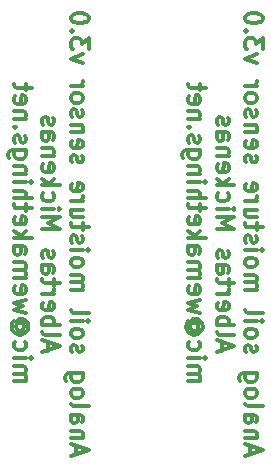
<source format=gbr>
G04 #@! TF.FileFunction,Legend,Bot*
%FSLAX46Y46*%
G04 Gerber Fmt 4.6, Leading zero omitted, Abs format (unit mm)*
G04 Created by KiCad (PCBNEW (2015-02-15 BZR 5420)-product) date Tue 17 Feb 2015 11:56:18 AM EET*
%MOMM*%
G01*
G04 APERTURE LIST*
%ADD10C,0.100000*%
%ADD11C,0.300000*%
G04 APERTURE END LIST*
D10*
D11*
X83900000Y-70178571D02*
X83900000Y-69464285D01*
X83471429Y-70321428D02*
X84971429Y-69821428D01*
X83471429Y-69321428D01*
X84471429Y-68821428D02*
X83471429Y-68821428D01*
X84328571Y-68821428D02*
X84400000Y-68750000D01*
X84471429Y-68607142D01*
X84471429Y-68392857D01*
X84400000Y-68250000D01*
X84257143Y-68178571D01*
X83471429Y-68178571D01*
X83471429Y-66821428D02*
X84257143Y-66821428D01*
X84400000Y-66892857D01*
X84471429Y-67035714D01*
X84471429Y-67321428D01*
X84400000Y-67464285D01*
X83542857Y-66821428D02*
X83471429Y-66964285D01*
X83471429Y-67321428D01*
X83542857Y-67464285D01*
X83685714Y-67535714D01*
X83828571Y-67535714D01*
X83971429Y-67464285D01*
X84042857Y-67321428D01*
X84042857Y-66964285D01*
X84114286Y-66821428D01*
X83471429Y-65892856D02*
X83542857Y-66035714D01*
X83685714Y-66107142D01*
X84971429Y-66107142D01*
X83471429Y-65107142D02*
X83542857Y-65250000D01*
X83614286Y-65321428D01*
X83757143Y-65392857D01*
X84185714Y-65392857D01*
X84328571Y-65321428D01*
X84400000Y-65250000D01*
X84471429Y-65107142D01*
X84471429Y-64892857D01*
X84400000Y-64750000D01*
X84328571Y-64678571D01*
X84185714Y-64607142D01*
X83757143Y-64607142D01*
X83614286Y-64678571D01*
X83542857Y-64750000D01*
X83471429Y-64892857D01*
X83471429Y-65107142D01*
X84471429Y-63321428D02*
X83257143Y-63321428D01*
X83114286Y-63392857D01*
X83042857Y-63464285D01*
X82971429Y-63607142D01*
X82971429Y-63821428D01*
X83042857Y-63964285D01*
X83542857Y-63321428D02*
X83471429Y-63464285D01*
X83471429Y-63749999D01*
X83542857Y-63892857D01*
X83614286Y-63964285D01*
X83757143Y-64035714D01*
X84185714Y-64035714D01*
X84328571Y-63964285D01*
X84400000Y-63892857D01*
X84471429Y-63749999D01*
X84471429Y-63464285D01*
X84400000Y-63321428D01*
X83542857Y-61535714D02*
X83471429Y-61392857D01*
X83471429Y-61107142D01*
X83542857Y-60964285D01*
X83685714Y-60892857D01*
X83757143Y-60892857D01*
X83900000Y-60964285D01*
X83971429Y-61107142D01*
X83971429Y-61321428D01*
X84042857Y-61464285D01*
X84185714Y-61535714D01*
X84257143Y-61535714D01*
X84400000Y-61464285D01*
X84471429Y-61321428D01*
X84471429Y-61107142D01*
X84400000Y-60964285D01*
X83471429Y-60035713D02*
X83542857Y-60178571D01*
X83614286Y-60249999D01*
X83757143Y-60321428D01*
X84185714Y-60321428D01*
X84328571Y-60249999D01*
X84400000Y-60178571D01*
X84471429Y-60035713D01*
X84471429Y-59821428D01*
X84400000Y-59678571D01*
X84328571Y-59607142D01*
X84185714Y-59535713D01*
X83757143Y-59535713D01*
X83614286Y-59607142D01*
X83542857Y-59678571D01*
X83471429Y-59821428D01*
X83471429Y-60035713D01*
X83471429Y-58892856D02*
X84471429Y-58892856D01*
X84971429Y-58892856D02*
X84900000Y-58964285D01*
X84828571Y-58892856D01*
X84900000Y-58821428D01*
X84971429Y-58892856D01*
X84828571Y-58892856D01*
X83471429Y-57964284D02*
X83542857Y-58107142D01*
X83685714Y-58178570D01*
X84971429Y-58178570D01*
X83471429Y-56249999D02*
X84471429Y-56249999D01*
X84328571Y-56249999D02*
X84400000Y-56178571D01*
X84471429Y-56035713D01*
X84471429Y-55821428D01*
X84400000Y-55678571D01*
X84257143Y-55607142D01*
X83471429Y-55607142D01*
X84257143Y-55607142D02*
X84400000Y-55535713D01*
X84471429Y-55392856D01*
X84471429Y-55178571D01*
X84400000Y-55035713D01*
X84257143Y-54964285D01*
X83471429Y-54964285D01*
X83471429Y-54035713D02*
X83542857Y-54178571D01*
X83614286Y-54249999D01*
X83757143Y-54321428D01*
X84185714Y-54321428D01*
X84328571Y-54249999D01*
X84400000Y-54178571D01*
X84471429Y-54035713D01*
X84471429Y-53821428D01*
X84400000Y-53678571D01*
X84328571Y-53607142D01*
X84185714Y-53535713D01*
X83757143Y-53535713D01*
X83614286Y-53607142D01*
X83542857Y-53678571D01*
X83471429Y-53821428D01*
X83471429Y-54035713D01*
X83471429Y-52892856D02*
X84471429Y-52892856D01*
X84971429Y-52892856D02*
X84900000Y-52964285D01*
X84828571Y-52892856D01*
X84900000Y-52821428D01*
X84971429Y-52892856D01*
X84828571Y-52892856D01*
X83542857Y-52249999D02*
X83471429Y-52107142D01*
X83471429Y-51821427D01*
X83542857Y-51678570D01*
X83685714Y-51607142D01*
X83757143Y-51607142D01*
X83900000Y-51678570D01*
X83971429Y-51821427D01*
X83971429Y-52035713D01*
X84042857Y-52178570D01*
X84185714Y-52249999D01*
X84257143Y-52249999D01*
X84400000Y-52178570D01*
X84471429Y-52035713D01*
X84471429Y-51821427D01*
X84400000Y-51678570D01*
X84471429Y-51178570D02*
X84471429Y-50607141D01*
X84971429Y-50964284D02*
X83685714Y-50964284D01*
X83542857Y-50892856D01*
X83471429Y-50749998D01*
X83471429Y-50607141D01*
X84471429Y-49464284D02*
X83471429Y-49464284D01*
X84471429Y-50107141D02*
X83685714Y-50107141D01*
X83542857Y-50035713D01*
X83471429Y-49892855D01*
X83471429Y-49678570D01*
X83542857Y-49535713D01*
X83614286Y-49464284D01*
X83471429Y-48749998D02*
X84471429Y-48749998D01*
X84185714Y-48749998D02*
X84328571Y-48678570D01*
X84400000Y-48607141D01*
X84471429Y-48464284D01*
X84471429Y-48321427D01*
X83542857Y-47249999D02*
X83471429Y-47392856D01*
X83471429Y-47678570D01*
X83542857Y-47821427D01*
X83685714Y-47892856D01*
X84257143Y-47892856D01*
X84400000Y-47821427D01*
X84471429Y-47678570D01*
X84471429Y-47392856D01*
X84400000Y-47249999D01*
X84257143Y-47178570D01*
X84114286Y-47178570D01*
X83971429Y-47892856D01*
X83542857Y-45464285D02*
X83471429Y-45321428D01*
X83471429Y-45035713D01*
X83542857Y-44892856D01*
X83685714Y-44821428D01*
X83757143Y-44821428D01*
X83900000Y-44892856D01*
X83971429Y-45035713D01*
X83971429Y-45249999D01*
X84042857Y-45392856D01*
X84185714Y-45464285D01*
X84257143Y-45464285D01*
X84400000Y-45392856D01*
X84471429Y-45249999D01*
X84471429Y-45035713D01*
X84400000Y-44892856D01*
X83542857Y-43607142D02*
X83471429Y-43749999D01*
X83471429Y-44035713D01*
X83542857Y-44178570D01*
X83685714Y-44249999D01*
X84257143Y-44249999D01*
X84400000Y-44178570D01*
X84471429Y-44035713D01*
X84471429Y-43749999D01*
X84400000Y-43607142D01*
X84257143Y-43535713D01*
X84114286Y-43535713D01*
X83971429Y-44249999D01*
X84471429Y-42892856D02*
X83471429Y-42892856D01*
X84328571Y-42892856D02*
X84400000Y-42821428D01*
X84471429Y-42678570D01*
X84471429Y-42464285D01*
X84400000Y-42321428D01*
X84257143Y-42249999D01*
X83471429Y-42249999D01*
X83542857Y-41607142D02*
X83471429Y-41464285D01*
X83471429Y-41178570D01*
X83542857Y-41035713D01*
X83685714Y-40964285D01*
X83757143Y-40964285D01*
X83900000Y-41035713D01*
X83971429Y-41178570D01*
X83971429Y-41392856D01*
X84042857Y-41535713D01*
X84185714Y-41607142D01*
X84257143Y-41607142D01*
X84400000Y-41535713D01*
X84471429Y-41392856D01*
X84471429Y-41178570D01*
X84400000Y-41035713D01*
X83471429Y-40107141D02*
X83542857Y-40249999D01*
X83614286Y-40321427D01*
X83757143Y-40392856D01*
X84185714Y-40392856D01*
X84328571Y-40321427D01*
X84400000Y-40249999D01*
X84471429Y-40107141D01*
X84471429Y-39892856D01*
X84400000Y-39749999D01*
X84328571Y-39678570D01*
X84185714Y-39607141D01*
X83757143Y-39607141D01*
X83614286Y-39678570D01*
X83542857Y-39749999D01*
X83471429Y-39892856D01*
X83471429Y-40107141D01*
X83471429Y-38964284D02*
X84471429Y-38964284D01*
X84185714Y-38964284D02*
X84328571Y-38892856D01*
X84400000Y-38821427D01*
X84471429Y-38678570D01*
X84471429Y-38535713D01*
X84471429Y-37035713D02*
X83471429Y-36678570D01*
X84471429Y-36321428D01*
X84971429Y-35892856D02*
X84971429Y-34964285D01*
X84400000Y-35464285D01*
X84400000Y-35249999D01*
X84328571Y-35107142D01*
X84257143Y-35035713D01*
X84114286Y-34964285D01*
X83757143Y-34964285D01*
X83614286Y-35035713D01*
X83542857Y-35107142D01*
X83471429Y-35249999D01*
X83471429Y-35678571D01*
X83542857Y-35821428D01*
X83614286Y-35892856D01*
X83614286Y-34321428D02*
X83542857Y-34250000D01*
X83471429Y-34321428D01*
X83542857Y-34392857D01*
X83614286Y-34321428D01*
X83471429Y-34321428D01*
X84971429Y-33321428D02*
X84971429Y-33178571D01*
X84900000Y-33035714D01*
X84828571Y-32964285D01*
X84685714Y-32892856D01*
X84400000Y-32821428D01*
X84042857Y-32821428D01*
X83757143Y-32892856D01*
X83614286Y-32964285D01*
X83542857Y-33035714D01*
X83471429Y-33178571D01*
X83471429Y-33321428D01*
X83542857Y-33464285D01*
X83614286Y-33535714D01*
X83757143Y-33607142D01*
X84042857Y-33678571D01*
X84400000Y-33678571D01*
X84685714Y-33607142D01*
X84828571Y-33535714D01*
X84900000Y-33464285D01*
X84971429Y-33321428D01*
X81500000Y-61392857D02*
X81500000Y-60678571D01*
X81071429Y-61535714D02*
X82571429Y-61035714D01*
X81071429Y-60535714D01*
X81071429Y-59821428D02*
X81142857Y-59964286D01*
X81285714Y-60035714D01*
X82571429Y-60035714D01*
X81071429Y-59250000D02*
X82571429Y-59250000D01*
X82000000Y-59250000D02*
X82071429Y-59107143D01*
X82071429Y-58821429D01*
X82000000Y-58678572D01*
X81928571Y-58607143D01*
X81785714Y-58535714D01*
X81357143Y-58535714D01*
X81214286Y-58607143D01*
X81142857Y-58678572D01*
X81071429Y-58821429D01*
X81071429Y-59107143D01*
X81142857Y-59250000D01*
X81142857Y-57321429D02*
X81071429Y-57464286D01*
X81071429Y-57750000D01*
X81142857Y-57892857D01*
X81285714Y-57964286D01*
X81857143Y-57964286D01*
X82000000Y-57892857D01*
X82071429Y-57750000D01*
X82071429Y-57464286D01*
X82000000Y-57321429D01*
X81857143Y-57250000D01*
X81714286Y-57250000D01*
X81571429Y-57964286D01*
X81071429Y-56607143D02*
X82071429Y-56607143D01*
X81785714Y-56607143D02*
X81928571Y-56535715D01*
X82000000Y-56464286D01*
X82071429Y-56321429D01*
X82071429Y-56178572D01*
X82071429Y-55892858D02*
X82071429Y-55321429D01*
X82571429Y-55678572D02*
X81285714Y-55678572D01*
X81142857Y-55607144D01*
X81071429Y-55464286D01*
X81071429Y-55321429D01*
X81071429Y-54178572D02*
X81857143Y-54178572D01*
X82000000Y-54250001D01*
X82071429Y-54392858D01*
X82071429Y-54678572D01*
X82000000Y-54821429D01*
X81142857Y-54178572D02*
X81071429Y-54321429D01*
X81071429Y-54678572D01*
X81142857Y-54821429D01*
X81285714Y-54892858D01*
X81428571Y-54892858D01*
X81571429Y-54821429D01*
X81642857Y-54678572D01*
X81642857Y-54321429D01*
X81714286Y-54178572D01*
X81142857Y-53535715D02*
X81071429Y-53392858D01*
X81071429Y-53107143D01*
X81142857Y-52964286D01*
X81285714Y-52892858D01*
X81357143Y-52892858D01*
X81500000Y-52964286D01*
X81571429Y-53107143D01*
X81571429Y-53321429D01*
X81642857Y-53464286D01*
X81785714Y-53535715D01*
X81857143Y-53535715D01*
X82000000Y-53464286D01*
X82071429Y-53321429D01*
X82071429Y-53107143D01*
X82000000Y-52964286D01*
X81071429Y-51107143D02*
X82571429Y-51107143D01*
X81500000Y-50607143D01*
X82571429Y-50107143D01*
X81071429Y-50107143D01*
X81071429Y-49392857D02*
X82071429Y-49392857D01*
X82571429Y-49392857D02*
X82500000Y-49464286D01*
X82428571Y-49392857D01*
X82500000Y-49321429D01*
X82571429Y-49392857D01*
X82428571Y-49392857D01*
X81142857Y-48035714D02*
X81071429Y-48178571D01*
X81071429Y-48464285D01*
X81142857Y-48607143D01*
X81214286Y-48678571D01*
X81357143Y-48750000D01*
X81785714Y-48750000D01*
X81928571Y-48678571D01*
X82000000Y-48607143D01*
X82071429Y-48464285D01*
X82071429Y-48178571D01*
X82000000Y-48035714D01*
X81071429Y-47392857D02*
X82571429Y-47392857D01*
X81642857Y-47250000D02*
X81071429Y-46821429D01*
X82071429Y-46821429D02*
X81500000Y-47392857D01*
X81142857Y-45607143D02*
X81071429Y-45750000D01*
X81071429Y-46035714D01*
X81142857Y-46178571D01*
X81285714Y-46250000D01*
X81857143Y-46250000D01*
X82000000Y-46178571D01*
X82071429Y-46035714D01*
X82071429Y-45750000D01*
X82000000Y-45607143D01*
X81857143Y-45535714D01*
X81714286Y-45535714D01*
X81571429Y-46250000D01*
X82071429Y-44892857D02*
X81071429Y-44892857D01*
X81928571Y-44892857D02*
X82000000Y-44821429D01*
X82071429Y-44678571D01*
X82071429Y-44464286D01*
X82000000Y-44321429D01*
X81857143Y-44250000D01*
X81071429Y-44250000D01*
X81071429Y-42892857D02*
X81857143Y-42892857D01*
X82000000Y-42964286D01*
X82071429Y-43107143D01*
X82071429Y-43392857D01*
X82000000Y-43535714D01*
X81142857Y-42892857D02*
X81071429Y-43035714D01*
X81071429Y-43392857D01*
X81142857Y-43535714D01*
X81285714Y-43607143D01*
X81428571Y-43607143D01*
X81571429Y-43535714D01*
X81642857Y-43392857D01*
X81642857Y-43035714D01*
X81714286Y-42892857D01*
X81142857Y-42250000D02*
X81071429Y-42107143D01*
X81071429Y-41821428D01*
X81142857Y-41678571D01*
X81285714Y-41607143D01*
X81357143Y-41607143D01*
X81500000Y-41678571D01*
X81571429Y-41821428D01*
X81571429Y-42035714D01*
X81642857Y-42178571D01*
X81785714Y-42250000D01*
X81857143Y-42250000D01*
X82000000Y-42178571D01*
X82071429Y-42035714D01*
X82071429Y-41821428D01*
X82000000Y-41678571D01*
X78671429Y-64000000D02*
X79671429Y-64000000D01*
X79528571Y-64000000D02*
X79600000Y-63928572D01*
X79671429Y-63785714D01*
X79671429Y-63571429D01*
X79600000Y-63428572D01*
X79457143Y-63357143D01*
X78671429Y-63357143D01*
X79457143Y-63357143D02*
X79600000Y-63285714D01*
X79671429Y-63142857D01*
X79671429Y-62928572D01*
X79600000Y-62785714D01*
X79457143Y-62714286D01*
X78671429Y-62714286D01*
X78671429Y-62000000D02*
X79671429Y-62000000D01*
X80171429Y-62000000D02*
X80100000Y-62071429D01*
X80028571Y-62000000D01*
X80100000Y-61928572D01*
X80171429Y-62000000D01*
X80028571Y-62000000D01*
X78742857Y-60642857D02*
X78671429Y-60785714D01*
X78671429Y-61071428D01*
X78742857Y-61214286D01*
X78814286Y-61285714D01*
X78957143Y-61357143D01*
X79385714Y-61357143D01*
X79528571Y-61285714D01*
X79600000Y-61214286D01*
X79671429Y-61071428D01*
X79671429Y-60785714D01*
X79600000Y-60642857D01*
X79385714Y-59071429D02*
X79457143Y-59142857D01*
X79528571Y-59285714D01*
X79528571Y-59428572D01*
X79457143Y-59571429D01*
X79385714Y-59642857D01*
X79242857Y-59714286D01*
X79100000Y-59714286D01*
X78957143Y-59642857D01*
X78885714Y-59571429D01*
X78814286Y-59428572D01*
X78814286Y-59285714D01*
X78885714Y-59142857D01*
X78957143Y-59071429D01*
X79528571Y-59071429D02*
X78957143Y-59071429D01*
X78885714Y-59000000D01*
X78885714Y-58928572D01*
X78957143Y-58785714D01*
X79100000Y-58714286D01*
X79457143Y-58714286D01*
X79671429Y-58857143D01*
X79814286Y-59071429D01*
X79885714Y-59357143D01*
X79814286Y-59642857D01*
X79671429Y-59857143D01*
X79457143Y-60000000D01*
X79171429Y-60071429D01*
X78885714Y-60000000D01*
X78671429Y-59857143D01*
X78528571Y-59642857D01*
X78457143Y-59357143D01*
X78528571Y-59071429D01*
X78671429Y-58857143D01*
X79671429Y-58214286D02*
X78671429Y-57928572D01*
X79385714Y-57642858D01*
X78671429Y-57357143D01*
X79671429Y-57071429D01*
X78742857Y-55928572D02*
X78671429Y-56071429D01*
X78671429Y-56357143D01*
X78742857Y-56500000D01*
X78885714Y-56571429D01*
X79457143Y-56571429D01*
X79600000Y-56500000D01*
X79671429Y-56357143D01*
X79671429Y-56071429D01*
X79600000Y-55928572D01*
X79457143Y-55857143D01*
X79314286Y-55857143D01*
X79171429Y-56571429D01*
X78671429Y-55214286D02*
X79671429Y-55214286D01*
X79528571Y-55214286D02*
X79600000Y-55142858D01*
X79671429Y-55000000D01*
X79671429Y-54785715D01*
X79600000Y-54642858D01*
X79457143Y-54571429D01*
X78671429Y-54571429D01*
X79457143Y-54571429D02*
X79600000Y-54500000D01*
X79671429Y-54357143D01*
X79671429Y-54142858D01*
X79600000Y-54000000D01*
X79457143Y-53928572D01*
X78671429Y-53928572D01*
X78671429Y-52571429D02*
X79457143Y-52571429D01*
X79600000Y-52642858D01*
X79671429Y-52785715D01*
X79671429Y-53071429D01*
X79600000Y-53214286D01*
X78742857Y-52571429D02*
X78671429Y-52714286D01*
X78671429Y-53071429D01*
X78742857Y-53214286D01*
X78885714Y-53285715D01*
X79028571Y-53285715D01*
X79171429Y-53214286D01*
X79242857Y-53071429D01*
X79242857Y-52714286D01*
X79314286Y-52571429D01*
X78671429Y-51857143D02*
X80171429Y-51857143D01*
X79242857Y-51714286D02*
X78671429Y-51285715D01*
X79671429Y-51285715D02*
X79100000Y-51857143D01*
X78742857Y-50071429D02*
X78671429Y-50214286D01*
X78671429Y-50500000D01*
X78742857Y-50642857D01*
X78885714Y-50714286D01*
X79457143Y-50714286D01*
X79600000Y-50642857D01*
X79671429Y-50500000D01*
X79671429Y-50214286D01*
X79600000Y-50071429D01*
X79457143Y-50000000D01*
X79314286Y-50000000D01*
X79171429Y-50714286D01*
X79671429Y-49571429D02*
X79671429Y-49000000D01*
X80171429Y-49357143D02*
X78885714Y-49357143D01*
X78742857Y-49285715D01*
X78671429Y-49142857D01*
X78671429Y-49000000D01*
X78671429Y-48500000D02*
X80171429Y-48500000D01*
X78671429Y-47857143D02*
X79457143Y-47857143D01*
X79600000Y-47928572D01*
X79671429Y-48071429D01*
X79671429Y-48285714D01*
X79600000Y-48428572D01*
X79528571Y-48500000D01*
X78671429Y-47142857D02*
X79671429Y-47142857D01*
X80171429Y-47142857D02*
X80100000Y-47214286D01*
X80028571Y-47142857D01*
X80100000Y-47071429D01*
X80171429Y-47142857D01*
X80028571Y-47142857D01*
X79671429Y-46428571D02*
X78671429Y-46428571D01*
X79528571Y-46428571D02*
X79600000Y-46357143D01*
X79671429Y-46214285D01*
X79671429Y-46000000D01*
X79600000Y-45857143D01*
X79457143Y-45785714D01*
X78671429Y-45785714D01*
X79671429Y-44428571D02*
X78457143Y-44428571D01*
X78314286Y-44500000D01*
X78242857Y-44571428D01*
X78171429Y-44714285D01*
X78171429Y-44928571D01*
X78242857Y-45071428D01*
X78742857Y-44428571D02*
X78671429Y-44571428D01*
X78671429Y-44857142D01*
X78742857Y-45000000D01*
X78814286Y-45071428D01*
X78957143Y-45142857D01*
X79385714Y-45142857D01*
X79528571Y-45071428D01*
X79600000Y-45000000D01*
X79671429Y-44857142D01*
X79671429Y-44571428D01*
X79600000Y-44428571D01*
X78742857Y-43785714D02*
X78671429Y-43642857D01*
X78671429Y-43357142D01*
X78742857Y-43214285D01*
X78885714Y-43142857D01*
X78957143Y-43142857D01*
X79100000Y-43214285D01*
X79171429Y-43357142D01*
X79171429Y-43571428D01*
X79242857Y-43714285D01*
X79385714Y-43785714D01*
X79457143Y-43785714D01*
X79600000Y-43714285D01*
X79671429Y-43571428D01*
X79671429Y-43357142D01*
X79600000Y-43214285D01*
X78814286Y-42499999D02*
X78742857Y-42428571D01*
X78671429Y-42499999D01*
X78742857Y-42571428D01*
X78814286Y-42499999D01*
X78671429Y-42499999D01*
X79671429Y-41785713D02*
X78671429Y-41785713D01*
X79528571Y-41785713D02*
X79600000Y-41714285D01*
X79671429Y-41571427D01*
X79671429Y-41357142D01*
X79600000Y-41214285D01*
X79457143Y-41142856D01*
X78671429Y-41142856D01*
X78742857Y-39857142D02*
X78671429Y-39999999D01*
X78671429Y-40285713D01*
X78742857Y-40428570D01*
X78885714Y-40499999D01*
X79457143Y-40499999D01*
X79600000Y-40428570D01*
X79671429Y-40285713D01*
X79671429Y-39999999D01*
X79600000Y-39857142D01*
X79457143Y-39785713D01*
X79314286Y-39785713D01*
X79171429Y-40499999D01*
X79671429Y-39357142D02*
X79671429Y-38785713D01*
X80171429Y-39142856D02*
X78885714Y-39142856D01*
X78742857Y-39071428D01*
X78671429Y-38928570D01*
X78671429Y-38785713D01*
X69150000Y-70178571D02*
X69150000Y-69464285D01*
X68721429Y-70321428D02*
X70221429Y-69821428D01*
X68721429Y-69321428D01*
X69721429Y-68821428D02*
X68721429Y-68821428D01*
X69578571Y-68821428D02*
X69650000Y-68750000D01*
X69721429Y-68607142D01*
X69721429Y-68392857D01*
X69650000Y-68250000D01*
X69507143Y-68178571D01*
X68721429Y-68178571D01*
X68721429Y-66821428D02*
X69507143Y-66821428D01*
X69650000Y-66892857D01*
X69721429Y-67035714D01*
X69721429Y-67321428D01*
X69650000Y-67464285D01*
X68792857Y-66821428D02*
X68721429Y-66964285D01*
X68721429Y-67321428D01*
X68792857Y-67464285D01*
X68935714Y-67535714D01*
X69078571Y-67535714D01*
X69221429Y-67464285D01*
X69292857Y-67321428D01*
X69292857Y-66964285D01*
X69364286Y-66821428D01*
X68721429Y-65892856D02*
X68792857Y-66035714D01*
X68935714Y-66107142D01*
X70221429Y-66107142D01*
X68721429Y-65107142D02*
X68792857Y-65250000D01*
X68864286Y-65321428D01*
X69007143Y-65392857D01*
X69435714Y-65392857D01*
X69578571Y-65321428D01*
X69650000Y-65250000D01*
X69721429Y-65107142D01*
X69721429Y-64892857D01*
X69650000Y-64750000D01*
X69578571Y-64678571D01*
X69435714Y-64607142D01*
X69007143Y-64607142D01*
X68864286Y-64678571D01*
X68792857Y-64750000D01*
X68721429Y-64892857D01*
X68721429Y-65107142D01*
X69721429Y-63321428D02*
X68507143Y-63321428D01*
X68364286Y-63392857D01*
X68292857Y-63464285D01*
X68221429Y-63607142D01*
X68221429Y-63821428D01*
X68292857Y-63964285D01*
X68792857Y-63321428D02*
X68721429Y-63464285D01*
X68721429Y-63749999D01*
X68792857Y-63892857D01*
X68864286Y-63964285D01*
X69007143Y-64035714D01*
X69435714Y-64035714D01*
X69578571Y-63964285D01*
X69650000Y-63892857D01*
X69721429Y-63749999D01*
X69721429Y-63464285D01*
X69650000Y-63321428D01*
X68792857Y-61535714D02*
X68721429Y-61392857D01*
X68721429Y-61107142D01*
X68792857Y-60964285D01*
X68935714Y-60892857D01*
X69007143Y-60892857D01*
X69150000Y-60964285D01*
X69221429Y-61107142D01*
X69221429Y-61321428D01*
X69292857Y-61464285D01*
X69435714Y-61535714D01*
X69507143Y-61535714D01*
X69650000Y-61464285D01*
X69721429Y-61321428D01*
X69721429Y-61107142D01*
X69650000Y-60964285D01*
X68721429Y-60035713D02*
X68792857Y-60178571D01*
X68864286Y-60249999D01*
X69007143Y-60321428D01*
X69435714Y-60321428D01*
X69578571Y-60249999D01*
X69650000Y-60178571D01*
X69721429Y-60035713D01*
X69721429Y-59821428D01*
X69650000Y-59678571D01*
X69578571Y-59607142D01*
X69435714Y-59535713D01*
X69007143Y-59535713D01*
X68864286Y-59607142D01*
X68792857Y-59678571D01*
X68721429Y-59821428D01*
X68721429Y-60035713D01*
X68721429Y-58892856D02*
X69721429Y-58892856D01*
X70221429Y-58892856D02*
X70150000Y-58964285D01*
X70078571Y-58892856D01*
X70150000Y-58821428D01*
X70221429Y-58892856D01*
X70078571Y-58892856D01*
X68721429Y-57964284D02*
X68792857Y-58107142D01*
X68935714Y-58178570D01*
X70221429Y-58178570D01*
X68721429Y-56249999D02*
X69721429Y-56249999D01*
X69578571Y-56249999D02*
X69650000Y-56178571D01*
X69721429Y-56035713D01*
X69721429Y-55821428D01*
X69650000Y-55678571D01*
X69507143Y-55607142D01*
X68721429Y-55607142D01*
X69507143Y-55607142D02*
X69650000Y-55535713D01*
X69721429Y-55392856D01*
X69721429Y-55178571D01*
X69650000Y-55035713D01*
X69507143Y-54964285D01*
X68721429Y-54964285D01*
X68721429Y-54035713D02*
X68792857Y-54178571D01*
X68864286Y-54249999D01*
X69007143Y-54321428D01*
X69435714Y-54321428D01*
X69578571Y-54249999D01*
X69650000Y-54178571D01*
X69721429Y-54035713D01*
X69721429Y-53821428D01*
X69650000Y-53678571D01*
X69578571Y-53607142D01*
X69435714Y-53535713D01*
X69007143Y-53535713D01*
X68864286Y-53607142D01*
X68792857Y-53678571D01*
X68721429Y-53821428D01*
X68721429Y-54035713D01*
X68721429Y-52892856D02*
X69721429Y-52892856D01*
X70221429Y-52892856D02*
X70150000Y-52964285D01*
X70078571Y-52892856D01*
X70150000Y-52821428D01*
X70221429Y-52892856D01*
X70078571Y-52892856D01*
X68792857Y-52249999D02*
X68721429Y-52107142D01*
X68721429Y-51821427D01*
X68792857Y-51678570D01*
X68935714Y-51607142D01*
X69007143Y-51607142D01*
X69150000Y-51678570D01*
X69221429Y-51821427D01*
X69221429Y-52035713D01*
X69292857Y-52178570D01*
X69435714Y-52249999D01*
X69507143Y-52249999D01*
X69650000Y-52178570D01*
X69721429Y-52035713D01*
X69721429Y-51821427D01*
X69650000Y-51678570D01*
X69721429Y-51178570D02*
X69721429Y-50607141D01*
X70221429Y-50964284D02*
X68935714Y-50964284D01*
X68792857Y-50892856D01*
X68721429Y-50749998D01*
X68721429Y-50607141D01*
X69721429Y-49464284D02*
X68721429Y-49464284D01*
X69721429Y-50107141D02*
X68935714Y-50107141D01*
X68792857Y-50035713D01*
X68721429Y-49892855D01*
X68721429Y-49678570D01*
X68792857Y-49535713D01*
X68864286Y-49464284D01*
X68721429Y-48749998D02*
X69721429Y-48749998D01*
X69435714Y-48749998D02*
X69578571Y-48678570D01*
X69650000Y-48607141D01*
X69721429Y-48464284D01*
X69721429Y-48321427D01*
X68792857Y-47249999D02*
X68721429Y-47392856D01*
X68721429Y-47678570D01*
X68792857Y-47821427D01*
X68935714Y-47892856D01*
X69507143Y-47892856D01*
X69650000Y-47821427D01*
X69721429Y-47678570D01*
X69721429Y-47392856D01*
X69650000Y-47249999D01*
X69507143Y-47178570D01*
X69364286Y-47178570D01*
X69221429Y-47892856D01*
X68792857Y-45464285D02*
X68721429Y-45321428D01*
X68721429Y-45035713D01*
X68792857Y-44892856D01*
X68935714Y-44821428D01*
X69007143Y-44821428D01*
X69150000Y-44892856D01*
X69221429Y-45035713D01*
X69221429Y-45249999D01*
X69292857Y-45392856D01*
X69435714Y-45464285D01*
X69507143Y-45464285D01*
X69650000Y-45392856D01*
X69721429Y-45249999D01*
X69721429Y-45035713D01*
X69650000Y-44892856D01*
X68792857Y-43607142D02*
X68721429Y-43749999D01*
X68721429Y-44035713D01*
X68792857Y-44178570D01*
X68935714Y-44249999D01*
X69507143Y-44249999D01*
X69650000Y-44178570D01*
X69721429Y-44035713D01*
X69721429Y-43749999D01*
X69650000Y-43607142D01*
X69507143Y-43535713D01*
X69364286Y-43535713D01*
X69221429Y-44249999D01*
X69721429Y-42892856D02*
X68721429Y-42892856D01*
X69578571Y-42892856D02*
X69650000Y-42821428D01*
X69721429Y-42678570D01*
X69721429Y-42464285D01*
X69650000Y-42321428D01*
X69507143Y-42249999D01*
X68721429Y-42249999D01*
X68792857Y-41607142D02*
X68721429Y-41464285D01*
X68721429Y-41178570D01*
X68792857Y-41035713D01*
X68935714Y-40964285D01*
X69007143Y-40964285D01*
X69150000Y-41035713D01*
X69221429Y-41178570D01*
X69221429Y-41392856D01*
X69292857Y-41535713D01*
X69435714Y-41607142D01*
X69507143Y-41607142D01*
X69650000Y-41535713D01*
X69721429Y-41392856D01*
X69721429Y-41178570D01*
X69650000Y-41035713D01*
X68721429Y-40107141D02*
X68792857Y-40249999D01*
X68864286Y-40321427D01*
X69007143Y-40392856D01*
X69435714Y-40392856D01*
X69578571Y-40321427D01*
X69650000Y-40249999D01*
X69721429Y-40107141D01*
X69721429Y-39892856D01*
X69650000Y-39749999D01*
X69578571Y-39678570D01*
X69435714Y-39607141D01*
X69007143Y-39607141D01*
X68864286Y-39678570D01*
X68792857Y-39749999D01*
X68721429Y-39892856D01*
X68721429Y-40107141D01*
X68721429Y-38964284D02*
X69721429Y-38964284D01*
X69435714Y-38964284D02*
X69578571Y-38892856D01*
X69650000Y-38821427D01*
X69721429Y-38678570D01*
X69721429Y-38535713D01*
X69721429Y-37035713D02*
X68721429Y-36678570D01*
X69721429Y-36321428D01*
X70221429Y-35892856D02*
X70221429Y-34964285D01*
X69650000Y-35464285D01*
X69650000Y-35249999D01*
X69578571Y-35107142D01*
X69507143Y-35035713D01*
X69364286Y-34964285D01*
X69007143Y-34964285D01*
X68864286Y-35035713D01*
X68792857Y-35107142D01*
X68721429Y-35249999D01*
X68721429Y-35678571D01*
X68792857Y-35821428D01*
X68864286Y-35892856D01*
X68864286Y-34321428D02*
X68792857Y-34250000D01*
X68721429Y-34321428D01*
X68792857Y-34392857D01*
X68864286Y-34321428D01*
X68721429Y-34321428D01*
X70221429Y-33321428D02*
X70221429Y-33178571D01*
X70150000Y-33035714D01*
X70078571Y-32964285D01*
X69935714Y-32892856D01*
X69650000Y-32821428D01*
X69292857Y-32821428D01*
X69007143Y-32892856D01*
X68864286Y-32964285D01*
X68792857Y-33035714D01*
X68721429Y-33178571D01*
X68721429Y-33321428D01*
X68792857Y-33464285D01*
X68864286Y-33535714D01*
X69007143Y-33607142D01*
X69292857Y-33678571D01*
X69650000Y-33678571D01*
X69935714Y-33607142D01*
X70078571Y-33535714D01*
X70150000Y-33464285D01*
X70221429Y-33321428D01*
X66750000Y-61392857D02*
X66750000Y-60678571D01*
X66321429Y-61535714D02*
X67821429Y-61035714D01*
X66321429Y-60535714D01*
X66321429Y-59821428D02*
X66392857Y-59964286D01*
X66535714Y-60035714D01*
X67821429Y-60035714D01*
X66321429Y-59250000D02*
X67821429Y-59250000D01*
X67250000Y-59250000D02*
X67321429Y-59107143D01*
X67321429Y-58821429D01*
X67250000Y-58678572D01*
X67178571Y-58607143D01*
X67035714Y-58535714D01*
X66607143Y-58535714D01*
X66464286Y-58607143D01*
X66392857Y-58678572D01*
X66321429Y-58821429D01*
X66321429Y-59107143D01*
X66392857Y-59250000D01*
X66392857Y-57321429D02*
X66321429Y-57464286D01*
X66321429Y-57750000D01*
X66392857Y-57892857D01*
X66535714Y-57964286D01*
X67107143Y-57964286D01*
X67250000Y-57892857D01*
X67321429Y-57750000D01*
X67321429Y-57464286D01*
X67250000Y-57321429D01*
X67107143Y-57250000D01*
X66964286Y-57250000D01*
X66821429Y-57964286D01*
X66321429Y-56607143D02*
X67321429Y-56607143D01*
X67035714Y-56607143D02*
X67178571Y-56535715D01*
X67250000Y-56464286D01*
X67321429Y-56321429D01*
X67321429Y-56178572D01*
X67321429Y-55892858D02*
X67321429Y-55321429D01*
X67821429Y-55678572D02*
X66535714Y-55678572D01*
X66392857Y-55607144D01*
X66321429Y-55464286D01*
X66321429Y-55321429D01*
X66321429Y-54178572D02*
X67107143Y-54178572D01*
X67250000Y-54250001D01*
X67321429Y-54392858D01*
X67321429Y-54678572D01*
X67250000Y-54821429D01*
X66392857Y-54178572D02*
X66321429Y-54321429D01*
X66321429Y-54678572D01*
X66392857Y-54821429D01*
X66535714Y-54892858D01*
X66678571Y-54892858D01*
X66821429Y-54821429D01*
X66892857Y-54678572D01*
X66892857Y-54321429D01*
X66964286Y-54178572D01*
X66392857Y-53535715D02*
X66321429Y-53392858D01*
X66321429Y-53107143D01*
X66392857Y-52964286D01*
X66535714Y-52892858D01*
X66607143Y-52892858D01*
X66750000Y-52964286D01*
X66821429Y-53107143D01*
X66821429Y-53321429D01*
X66892857Y-53464286D01*
X67035714Y-53535715D01*
X67107143Y-53535715D01*
X67250000Y-53464286D01*
X67321429Y-53321429D01*
X67321429Y-53107143D01*
X67250000Y-52964286D01*
X66321429Y-51107143D02*
X67821429Y-51107143D01*
X66750000Y-50607143D01*
X67821429Y-50107143D01*
X66321429Y-50107143D01*
X66321429Y-49392857D02*
X67321429Y-49392857D01*
X67821429Y-49392857D02*
X67750000Y-49464286D01*
X67678571Y-49392857D01*
X67750000Y-49321429D01*
X67821429Y-49392857D01*
X67678571Y-49392857D01*
X66392857Y-48035714D02*
X66321429Y-48178571D01*
X66321429Y-48464285D01*
X66392857Y-48607143D01*
X66464286Y-48678571D01*
X66607143Y-48750000D01*
X67035714Y-48750000D01*
X67178571Y-48678571D01*
X67250000Y-48607143D01*
X67321429Y-48464285D01*
X67321429Y-48178571D01*
X67250000Y-48035714D01*
X66321429Y-47392857D02*
X67821429Y-47392857D01*
X66892857Y-47250000D02*
X66321429Y-46821429D01*
X67321429Y-46821429D02*
X66750000Y-47392857D01*
X66392857Y-45607143D02*
X66321429Y-45750000D01*
X66321429Y-46035714D01*
X66392857Y-46178571D01*
X66535714Y-46250000D01*
X67107143Y-46250000D01*
X67250000Y-46178571D01*
X67321429Y-46035714D01*
X67321429Y-45750000D01*
X67250000Y-45607143D01*
X67107143Y-45535714D01*
X66964286Y-45535714D01*
X66821429Y-46250000D01*
X67321429Y-44892857D02*
X66321429Y-44892857D01*
X67178571Y-44892857D02*
X67250000Y-44821429D01*
X67321429Y-44678571D01*
X67321429Y-44464286D01*
X67250000Y-44321429D01*
X67107143Y-44250000D01*
X66321429Y-44250000D01*
X66321429Y-42892857D02*
X67107143Y-42892857D01*
X67250000Y-42964286D01*
X67321429Y-43107143D01*
X67321429Y-43392857D01*
X67250000Y-43535714D01*
X66392857Y-42892857D02*
X66321429Y-43035714D01*
X66321429Y-43392857D01*
X66392857Y-43535714D01*
X66535714Y-43607143D01*
X66678571Y-43607143D01*
X66821429Y-43535714D01*
X66892857Y-43392857D01*
X66892857Y-43035714D01*
X66964286Y-42892857D01*
X66392857Y-42250000D02*
X66321429Y-42107143D01*
X66321429Y-41821428D01*
X66392857Y-41678571D01*
X66535714Y-41607143D01*
X66607143Y-41607143D01*
X66750000Y-41678571D01*
X66821429Y-41821428D01*
X66821429Y-42035714D01*
X66892857Y-42178571D01*
X67035714Y-42250000D01*
X67107143Y-42250000D01*
X67250000Y-42178571D01*
X67321429Y-42035714D01*
X67321429Y-41821428D01*
X67250000Y-41678571D01*
X63921429Y-64000000D02*
X64921429Y-64000000D01*
X64778571Y-64000000D02*
X64850000Y-63928572D01*
X64921429Y-63785714D01*
X64921429Y-63571429D01*
X64850000Y-63428572D01*
X64707143Y-63357143D01*
X63921429Y-63357143D01*
X64707143Y-63357143D02*
X64850000Y-63285714D01*
X64921429Y-63142857D01*
X64921429Y-62928572D01*
X64850000Y-62785714D01*
X64707143Y-62714286D01*
X63921429Y-62714286D01*
X63921429Y-62000000D02*
X64921429Y-62000000D01*
X65421429Y-62000000D02*
X65350000Y-62071429D01*
X65278571Y-62000000D01*
X65350000Y-61928572D01*
X65421429Y-62000000D01*
X65278571Y-62000000D01*
X63992857Y-60642857D02*
X63921429Y-60785714D01*
X63921429Y-61071428D01*
X63992857Y-61214286D01*
X64064286Y-61285714D01*
X64207143Y-61357143D01*
X64635714Y-61357143D01*
X64778571Y-61285714D01*
X64850000Y-61214286D01*
X64921429Y-61071428D01*
X64921429Y-60785714D01*
X64850000Y-60642857D01*
X64635714Y-59071429D02*
X64707143Y-59142857D01*
X64778571Y-59285714D01*
X64778571Y-59428572D01*
X64707143Y-59571429D01*
X64635714Y-59642857D01*
X64492857Y-59714286D01*
X64350000Y-59714286D01*
X64207143Y-59642857D01*
X64135714Y-59571429D01*
X64064286Y-59428572D01*
X64064286Y-59285714D01*
X64135714Y-59142857D01*
X64207143Y-59071429D01*
X64778571Y-59071429D02*
X64207143Y-59071429D01*
X64135714Y-59000000D01*
X64135714Y-58928572D01*
X64207143Y-58785714D01*
X64350000Y-58714286D01*
X64707143Y-58714286D01*
X64921429Y-58857143D01*
X65064286Y-59071429D01*
X65135714Y-59357143D01*
X65064286Y-59642857D01*
X64921429Y-59857143D01*
X64707143Y-60000000D01*
X64421429Y-60071429D01*
X64135714Y-60000000D01*
X63921429Y-59857143D01*
X63778571Y-59642857D01*
X63707143Y-59357143D01*
X63778571Y-59071429D01*
X63921429Y-58857143D01*
X64921429Y-58214286D02*
X63921429Y-57928572D01*
X64635714Y-57642858D01*
X63921429Y-57357143D01*
X64921429Y-57071429D01*
X63992857Y-55928572D02*
X63921429Y-56071429D01*
X63921429Y-56357143D01*
X63992857Y-56500000D01*
X64135714Y-56571429D01*
X64707143Y-56571429D01*
X64850000Y-56500000D01*
X64921429Y-56357143D01*
X64921429Y-56071429D01*
X64850000Y-55928572D01*
X64707143Y-55857143D01*
X64564286Y-55857143D01*
X64421429Y-56571429D01*
X63921429Y-55214286D02*
X64921429Y-55214286D01*
X64778571Y-55214286D02*
X64850000Y-55142858D01*
X64921429Y-55000000D01*
X64921429Y-54785715D01*
X64850000Y-54642858D01*
X64707143Y-54571429D01*
X63921429Y-54571429D01*
X64707143Y-54571429D02*
X64850000Y-54500000D01*
X64921429Y-54357143D01*
X64921429Y-54142858D01*
X64850000Y-54000000D01*
X64707143Y-53928572D01*
X63921429Y-53928572D01*
X63921429Y-52571429D02*
X64707143Y-52571429D01*
X64850000Y-52642858D01*
X64921429Y-52785715D01*
X64921429Y-53071429D01*
X64850000Y-53214286D01*
X63992857Y-52571429D02*
X63921429Y-52714286D01*
X63921429Y-53071429D01*
X63992857Y-53214286D01*
X64135714Y-53285715D01*
X64278571Y-53285715D01*
X64421429Y-53214286D01*
X64492857Y-53071429D01*
X64492857Y-52714286D01*
X64564286Y-52571429D01*
X63921429Y-51857143D02*
X65421429Y-51857143D01*
X64492857Y-51714286D02*
X63921429Y-51285715D01*
X64921429Y-51285715D02*
X64350000Y-51857143D01*
X63992857Y-50071429D02*
X63921429Y-50214286D01*
X63921429Y-50500000D01*
X63992857Y-50642857D01*
X64135714Y-50714286D01*
X64707143Y-50714286D01*
X64850000Y-50642857D01*
X64921429Y-50500000D01*
X64921429Y-50214286D01*
X64850000Y-50071429D01*
X64707143Y-50000000D01*
X64564286Y-50000000D01*
X64421429Y-50714286D01*
X64921429Y-49571429D02*
X64921429Y-49000000D01*
X65421429Y-49357143D02*
X64135714Y-49357143D01*
X63992857Y-49285715D01*
X63921429Y-49142857D01*
X63921429Y-49000000D01*
X63921429Y-48500000D02*
X65421429Y-48500000D01*
X63921429Y-47857143D02*
X64707143Y-47857143D01*
X64850000Y-47928572D01*
X64921429Y-48071429D01*
X64921429Y-48285714D01*
X64850000Y-48428572D01*
X64778571Y-48500000D01*
X63921429Y-47142857D02*
X64921429Y-47142857D01*
X65421429Y-47142857D02*
X65350000Y-47214286D01*
X65278571Y-47142857D01*
X65350000Y-47071429D01*
X65421429Y-47142857D01*
X65278571Y-47142857D01*
X64921429Y-46428571D02*
X63921429Y-46428571D01*
X64778571Y-46428571D02*
X64850000Y-46357143D01*
X64921429Y-46214285D01*
X64921429Y-46000000D01*
X64850000Y-45857143D01*
X64707143Y-45785714D01*
X63921429Y-45785714D01*
X64921429Y-44428571D02*
X63707143Y-44428571D01*
X63564286Y-44500000D01*
X63492857Y-44571428D01*
X63421429Y-44714285D01*
X63421429Y-44928571D01*
X63492857Y-45071428D01*
X63992857Y-44428571D02*
X63921429Y-44571428D01*
X63921429Y-44857142D01*
X63992857Y-45000000D01*
X64064286Y-45071428D01*
X64207143Y-45142857D01*
X64635714Y-45142857D01*
X64778571Y-45071428D01*
X64850000Y-45000000D01*
X64921429Y-44857142D01*
X64921429Y-44571428D01*
X64850000Y-44428571D01*
X63992857Y-43785714D02*
X63921429Y-43642857D01*
X63921429Y-43357142D01*
X63992857Y-43214285D01*
X64135714Y-43142857D01*
X64207143Y-43142857D01*
X64350000Y-43214285D01*
X64421429Y-43357142D01*
X64421429Y-43571428D01*
X64492857Y-43714285D01*
X64635714Y-43785714D01*
X64707143Y-43785714D01*
X64850000Y-43714285D01*
X64921429Y-43571428D01*
X64921429Y-43357142D01*
X64850000Y-43214285D01*
X64064286Y-42499999D02*
X63992857Y-42428571D01*
X63921429Y-42499999D01*
X63992857Y-42571428D01*
X64064286Y-42499999D01*
X63921429Y-42499999D01*
X64921429Y-41785713D02*
X63921429Y-41785713D01*
X64778571Y-41785713D02*
X64850000Y-41714285D01*
X64921429Y-41571427D01*
X64921429Y-41357142D01*
X64850000Y-41214285D01*
X64707143Y-41142856D01*
X63921429Y-41142856D01*
X63992857Y-39857142D02*
X63921429Y-39999999D01*
X63921429Y-40285713D01*
X63992857Y-40428570D01*
X64135714Y-40499999D01*
X64707143Y-40499999D01*
X64850000Y-40428570D01*
X64921429Y-40285713D01*
X64921429Y-39999999D01*
X64850000Y-39857142D01*
X64707143Y-39785713D01*
X64564286Y-39785713D01*
X64421429Y-40499999D01*
X64921429Y-39357142D02*
X64921429Y-38785713D01*
X65421429Y-39142856D02*
X64135714Y-39142856D01*
X63992857Y-39071428D01*
X63921429Y-38928570D01*
X63921429Y-38785713D01*
M02*

</source>
